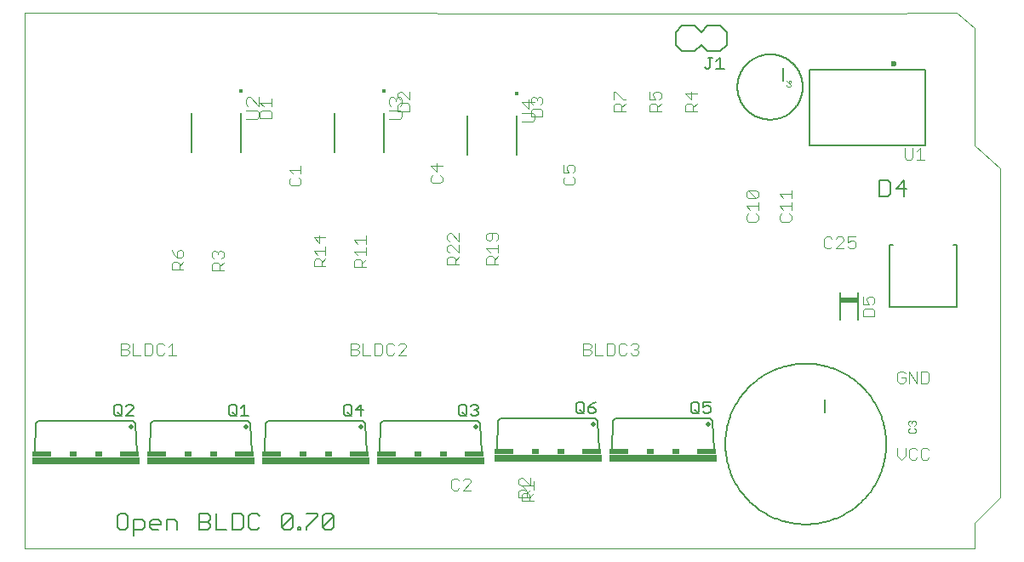
<source format=gto>
G75*
%MOIN*%
%OFA0B0*%
%FSLAX25Y25*%
%IPPOS*%
%LPD*%
%AMOC8*
5,1,8,0,0,1.08239X$1,22.5*
%
%ADD10C,0.00000*%
%ADD11C,0.00600*%
%ADD12C,0.00400*%
%ADD13C,0.00800*%
%ADD14C,0.00300*%
%ADD15C,0.02000*%
%ADD16C,0.00500*%
%ADD17R,0.42000X0.03000*%
%ADD18R,0.07500X0.02000*%
%ADD19R,0.03000X0.02000*%
%ADD20C,0.01575*%
%ADD21R,0.07087X0.01969*%
%ADD22C,0.02362*%
%ADD23C,0.00100*%
D10*
X0005000Y0005000D02*
X0005000Y0215000D01*
X0330921Y0214701D01*
X0370000Y0215000D01*
X0377000Y0209000D01*
X0377000Y0163000D01*
X0387000Y0154000D01*
X0387000Y0025000D01*
X0377000Y0015000D01*
X0377000Y0005000D01*
X0005000Y0005000D01*
D11*
X0041300Y0013368D02*
X0042368Y0012300D01*
X0044503Y0012300D01*
X0045570Y0013368D01*
X0045570Y0017638D01*
X0044503Y0018705D01*
X0042368Y0018705D01*
X0041300Y0017638D01*
X0041300Y0013368D01*
X0047745Y0012300D02*
X0050948Y0012300D01*
X0052016Y0013368D01*
X0052016Y0015503D01*
X0050948Y0016570D01*
X0047745Y0016570D01*
X0047745Y0010165D01*
X0054191Y0013368D02*
X0054191Y0015503D01*
X0055259Y0016570D01*
X0057394Y0016570D01*
X0058461Y0015503D01*
X0058461Y0014435D01*
X0054191Y0014435D01*
X0054191Y0013368D02*
X0055259Y0012300D01*
X0057394Y0012300D01*
X0060636Y0012300D02*
X0060636Y0016570D01*
X0063839Y0016570D01*
X0064907Y0015503D01*
X0064907Y0012300D01*
X0073527Y0012300D02*
X0076730Y0012300D01*
X0077798Y0013368D01*
X0077798Y0014435D01*
X0076730Y0015503D01*
X0073527Y0015503D01*
X0073527Y0018705D02*
X0076730Y0018705D01*
X0077798Y0017638D01*
X0077798Y0016570D01*
X0076730Y0015503D01*
X0073527Y0012300D02*
X0073527Y0018705D01*
X0079973Y0018705D02*
X0079973Y0012300D01*
X0084243Y0012300D01*
X0086418Y0012300D02*
X0089621Y0012300D01*
X0090689Y0013368D01*
X0090689Y0017638D01*
X0089621Y0018705D01*
X0086418Y0018705D01*
X0086418Y0012300D01*
X0092864Y0013368D02*
X0093932Y0012300D01*
X0096067Y0012300D01*
X0097134Y0013368D01*
X0092864Y0013368D02*
X0092864Y0017638D01*
X0093932Y0018705D01*
X0096067Y0018705D01*
X0097134Y0017638D01*
X0105755Y0017638D02*
X0105755Y0013368D01*
X0110025Y0017638D01*
X0110025Y0013368D01*
X0108958Y0012300D01*
X0106823Y0012300D01*
X0105755Y0013368D01*
X0112200Y0013368D02*
X0112200Y0012300D01*
X0113268Y0012300D01*
X0113268Y0013368D01*
X0112200Y0013368D01*
X0115423Y0013368D02*
X0115423Y0012300D01*
X0115423Y0013368D02*
X0119694Y0017638D01*
X0119694Y0018705D01*
X0115423Y0018705D01*
X0110025Y0017638D02*
X0108958Y0018705D01*
X0106823Y0018705D01*
X0105755Y0017638D01*
X0121869Y0017638D02*
X0121869Y0013368D01*
X0126139Y0017638D01*
X0126139Y0013368D01*
X0125071Y0012300D01*
X0122936Y0012300D01*
X0121869Y0013368D01*
X0121869Y0017638D02*
X0122936Y0018705D01*
X0125071Y0018705D01*
X0126139Y0017638D01*
X0139000Y0042500D02*
X0138500Y0054000D01*
X0137500Y0055000D01*
X0100500Y0055000D01*
X0099500Y0054000D01*
X0099000Y0042500D01*
X0094000Y0042500D02*
X0093500Y0054000D01*
X0092500Y0055000D01*
X0055500Y0055000D01*
X0054500Y0054000D01*
X0054000Y0042500D01*
X0049000Y0042500D02*
X0048500Y0054000D01*
X0047500Y0055000D01*
X0010500Y0055000D01*
X0009500Y0054000D01*
X0009000Y0042500D01*
X0144000Y0042500D02*
X0144500Y0054000D01*
X0145500Y0055000D01*
X0182500Y0055000D01*
X0183500Y0054000D01*
X0184000Y0042500D01*
X0190000Y0043500D02*
X0190500Y0055000D01*
X0191500Y0056000D01*
X0228500Y0056000D01*
X0229500Y0055000D01*
X0230000Y0043500D01*
X0235000Y0043500D02*
X0235500Y0055000D01*
X0236500Y0056000D01*
X0273500Y0056000D01*
X0274500Y0055000D01*
X0275000Y0043500D01*
X0324457Y0094685D02*
X0324535Y0094685D01*
X0324457Y0094685D02*
X0324457Y0105315D01*
X0324535Y0105315D01*
X0331465Y0105315D02*
X0331543Y0105315D01*
X0331543Y0094685D01*
X0331465Y0094685D01*
X0339929Y0143043D02*
X0343106Y0143043D01*
X0344165Y0144102D01*
X0344165Y0148338D01*
X0343106Y0149397D01*
X0339929Y0149397D01*
X0339929Y0143043D01*
X0346327Y0146220D02*
X0350563Y0146220D01*
X0349504Y0149397D02*
X0346327Y0146220D01*
X0349504Y0143043D02*
X0349504Y0149397D01*
D12*
X0350566Y0157514D02*
X0352104Y0157514D01*
X0352873Y0158283D01*
X0352873Y0162127D01*
X0354410Y0160589D02*
X0355947Y0162127D01*
X0355947Y0157514D01*
X0354410Y0157514D02*
X0357485Y0157514D01*
X0350566Y0157514D02*
X0349798Y0158283D01*
X0349798Y0162127D01*
X0305300Y0145477D02*
X0305300Y0142408D01*
X0305300Y0143942D02*
X0300696Y0143942D01*
X0302231Y0142408D01*
X0305300Y0140873D02*
X0305300Y0137804D01*
X0305300Y0139339D02*
X0300696Y0139339D01*
X0302231Y0137804D01*
X0301463Y0136269D02*
X0300696Y0135502D01*
X0300696Y0133967D01*
X0301463Y0133200D01*
X0304533Y0133200D01*
X0305300Y0133967D01*
X0305300Y0135502D01*
X0304533Y0136269D01*
X0292300Y0135502D02*
X0292300Y0133967D01*
X0291533Y0133200D01*
X0288463Y0133200D01*
X0287696Y0133967D01*
X0287696Y0135502D01*
X0288463Y0136269D01*
X0289231Y0137804D02*
X0287696Y0139339D01*
X0292300Y0139339D01*
X0292300Y0140873D02*
X0292300Y0137804D01*
X0291533Y0136269D02*
X0292300Y0135502D01*
X0291533Y0142408D02*
X0288463Y0142408D01*
X0287696Y0143175D01*
X0287696Y0144710D01*
X0288463Y0145477D01*
X0291533Y0142408D01*
X0292300Y0143175D01*
X0292300Y0144710D01*
X0291533Y0145477D01*
X0288463Y0145477D01*
X0318200Y0126537D02*
X0318200Y0123467D01*
X0318967Y0122700D01*
X0320502Y0122700D01*
X0321269Y0123467D01*
X0322804Y0122700D02*
X0325873Y0125769D01*
X0325873Y0126537D01*
X0325106Y0127304D01*
X0323571Y0127304D01*
X0322804Y0126537D01*
X0321269Y0126537D02*
X0320502Y0127304D01*
X0318967Y0127304D01*
X0318200Y0126537D01*
X0322804Y0122700D02*
X0325873Y0122700D01*
X0327408Y0123467D02*
X0328175Y0122700D01*
X0329710Y0122700D01*
X0330477Y0123467D01*
X0330477Y0125002D01*
X0329710Y0125769D01*
X0328942Y0125769D01*
X0327408Y0125002D01*
X0327408Y0127304D01*
X0330477Y0127304D01*
X0333314Y0103783D02*
X0333314Y0100714D01*
X0335616Y0100714D01*
X0334849Y0102249D01*
X0334849Y0103016D01*
X0335616Y0103783D01*
X0337151Y0103783D01*
X0337918Y0103016D01*
X0337918Y0101481D01*
X0337151Y0100714D01*
X0337151Y0099180D02*
X0334082Y0099180D01*
X0333314Y0098412D01*
X0333314Y0096110D01*
X0337918Y0096110D01*
X0337918Y0098412D01*
X0337151Y0099180D01*
X0347700Y0074465D02*
X0346932Y0073698D01*
X0346932Y0070629D01*
X0347700Y0069861D01*
X0349234Y0069861D01*
X0350002Y0070629D01*
X0350002Y0072163D01*
X0348467Y0072163D01*
X0350002Y0073698D02*
X0349234Y0074465D01*
X0347700Y0074465D01*
X0351536Y0074465D02*
X0354605Y0069861D01*
X0354605Y0074465D01*
X0356140Y0074465D02*
X0358442Y0074465D01*
X0359209Y0073698D01*
X0359209Y0070629D01*
X0358442Y0069861D01*
X0356140Y0069861D01*
X0356140Y0074465D01*
X0351536Y0074465D02*
X0351536Y0069861D01*
X0352304Y0044465D02*
X0351536Y0043698D01*
X0351536Y0040629D01*
X0352304Y0039861D01*
X0353838Y0039861D01*
X0354605Y0040629D01*
X0356140Y0040629D02*
X0356907Y0039861D01*
X0358442Y0039861D01*
X0359209Y0040629D01*
X0356140Y0040629D02*
X0356140Y0043698D01*
X0356907Y0044465D01*
X0358442Y0044465D01*
X0359209Y0043698D01*
X0354605Y0043698D02*
X0353838Y0044465D01*
X0352304Y0044465D01*
X0350002Y0044465D02*
X0350002Y0041396D01*
X0348467Y0039861D01*
X0346932Y0041396D01*
X0346932Y0044465D01*
X0245417Y0081629D02*
X0244650Y0080861D01*
X0243115Y0080861D01*
X0242348Y0081629D01*
X0240813Y0081629D02*
X0240046Y0080861D01*
X0238511Y0080861D01*
X0237744Y0081629D01*
X0237744Y0084698D01*
X0238511Y0085465D01*
X0240046Y0085465D01*
X0240813Y0084698D01*
X0242348Y0084698D02*
X0243115Y0085465D01*
X0244650Y0085465D01*
X0245417Y0084698D01*
X0245417Y0083931D01*
X0244650Y0083163D01*
X0245417Y0082396D01*
X0245417Y0081629D01*
X0244650Y0083163D02*
X0243883Y0083163D01*
X0236209Y0081629D02*
X0236209Y0084698D01*
X0235442Y0085465D01*
X0233140Y0085465D01*
X0233140Y0080861D01*
X0235442Y0080861D01*
X0236209Y0081629D01*
X0231605Y0080861D02*
X0228536Y0080861D01*
X0228536Y0085465D01*
X0227002Y0084698D02*
X0227002Y0083931D01*
X0226234Y0083163D01*
X0223932Y0083163D01*
X0223932Y0080861D02*
X0226234Y0080861D01*
X0227002Y0081629D01*
X0227002Y0082396D01*
X0226234Y0083163D01*
X0227002Y0084698D02*
X0226234Y0085465D01*
X0223932Y0085465D01*
X0223932Y0080861D01*
X0190544Y0116527D02*
X0185940Y0116527D01*
X0185940Y0118829D01*
X0186707Y0119596D01*
X0188242Y0119596D01*
X0189009Y0118829D01*
X0189009Y0116527D01*
X0189009Y0118061D02*
X0190544Y0119596D01*
X0190544Y0121131D02*
X0190544Y0124200D01*
X0190544Y0122665D02*
X0185940Y0122665D01*
X0187475Y0121131D01*
X0187475Y0125735D02*
X0186707Y0125735D01*
X0185940Y0126502D01*
X0185940Y0128037D01*
X0186707Y0128804D01*
X0189777Y0128804D01*
X0190544Y0128037D01*
X0190544Y0126502D01*
X0189777Y0125735D01*
X0188242Y0126502D02*
X0187475Y0125735D01*
X0188242Y0126502D02*
X0188242Y0128804D01*
X0175190Y0128646D02*
X0175190Y0125577D01*
X0172120Y0128646D01*
X0171353Y0128646D01*
X0170586Y0127879D01*
X0170586Y0126344D01*
X0171353Y0125577D01*
X0171353Y0124042D02*
X0170586Y0123275D01*
X0170586Y0121741D01*
X0171353Y0120973D01*
X0171353Y0119439D02*
X0172888Y0119439D01*
X0173655Y0118671D01*
X0173655Y0116369D01*
X0175190Y0116369D02*
X0170586Y0116369D01*
X0170586Y0118671D01*
X0171353Y0119439D01*
X0173655Y0117904D02*
X0175190Y0119439D01*
X0175190Y0120973D02*
X0172120Y0124042D01*
X0171353Y0124042D01*
X0175190Y0124042D02*
X0175190Y0120973D01*
X0138662Y0121508D02*
X0134058Y0121508D01*
X0135593Y0119973D01*
X0136360Y0118439D02*
X0137128Y0117671D01*
X0137128Y0115369D01*
X0138662Y0115369D02*
X0134058Y0115369D01*
X0134058Y0117671D01*
X0134826Y0118439D01*
X0136360Y0118439D01*
X0137128Y0116904D02*
X0138662Y0118439D01*
X0138662Y0119973D02*
X0138662Y0123042D01*
X0138662Y0124577D02*
X0138662Y0127646D01*
X0138662Y0126112D02*
X0134058Y0126112D01*
X0135593Y0124577D01*
X0122914Y0123279D02*
X0122914Y0120209D01*
X0122914Y0118675D02*
X0121380Y0117140D01*
X0121380Y0117907D02*
X0121380Y0115606D01*
X0122914Y0115606D02*
X0118310Y0115606D01*
X0118310Y0117907D01*
X0119078Y0118675D01*
X0120612Y0118675D01*
X0121380Y0117907D01*
X0119845Y0120209D02*
X0118310Y0121744D01*
X0122914Y0121744D01*
X0120612Y0124813D02*
X0120612Y0127883D01*
X0122914Y0127115D02*
X0118310Y0127115D01*
X0120612Y0124813D01*
X0112470Y0147315D02*
X0109400Y0147315D01*
X0108633Y0148082D01*
X0108633Y0149617D01*
X0109400Y0150384D01*
X0110168Y0151919D02*
X0108633Y0153454D01*
X0113237Y0153454D01*
X0113237Y0154988D02*
X0113237Y0151919D01*
X0112470Y0150384D02*
X0113237Y0149617D01*
X0113237Y0148082D01*
X0112470Y0147315D01*
X0082977Y0121039D02*
X0082210Y0121806D01*
X0081443Y0121806D01*
X0080675Y0121039D01*
X0080675Y0120272D01*
X0080675Y0121039D02*
X0079908Y0121806D01*
X0079141Y0121806D01*
X0078373Y0121039D01*
X0078373Y0119504D01*
X0079141Y0118737D01*
X0079141Y0117202D02*
X0080675Y0117202D01*
X0081443Y0116435D01*
X0081443Y0114133D01*
X0082977Y0114133D02*
X0078373Y0114133D01*
X0078373Y0116435D01*
X0079141Y0117202D01*
X0081443Y0115668D02*
X0082977Y0117202D01*
X0082210Y0118737D02*
X0082977Y0119504D01*
X0082977Y0121039D01*
X0067229Y0121275D02*
X0066462Y0122042D01*
X0065695Y0122042D01*
X0064927Y0121275D01*
X0064927Y0118973D01*
X0066462Y0118973D01*
X0067229Y0119741D01*
X0067229Y0121275D01*
X0064927Y0118973D02*
X0063393Y0120508D01*
X0062625Y0122042D01*
X0063393Y0117439D02*
X0064927Y0117439D01*
X0065695Y0116671D01*
X0065695Y0114369D01*
X0067229Y0114369D02*
X0062625Y0114369D01*
X0062625Y0116671D01*
X0063393Y0117439D01*
X0065695Y0115904D02*
X0067229Y0117439D01*
X0062883Y0085465D02*
X0062883Y0080861D01*
X0064417Y0080861D02*
X0061348Y0080861D01*
X0059813Y0081629D02*
X0059046Y0080861D01*
X0057511Y0080861D01*
X0056744Y0081629D01*
X0056744Y0084698D01*
X0057511Y0085465D01*
X0059046Y0085465D01*
X0059813Y0084698D01*
X0061348Y0083931D02*
X0062883Y0085465D01*
X0055209Y0084698D02*
X0055209Y0081629D01*
X0054442Y0080861D01*
X0052140Y0080861D01*
X0052140Y0085465D01*
X0054442Y0085465D01*
X0055209Y0084698D01*
X0050605Y0080861D02*
X0047536Y0080861D01*
X0047536Y0085465D01*
X0046002Y0084698D02*
X0046002Y0083931D01*
X0045234Y0083163D01*
X0042932Y0083163D01*
X0042932Y0080861D02*
X0045234Y0080861D01*
X0046002Y0081629D01*
X0046002Y0082396D01*
X0045234Y0083163D01*
X0046002Y0084698D02*
X0045234Y0085465D01*
X0042932Y0085465D01*
X0042932Y0080861D01*
X0132932Y0080861D02*
X0135234Y0080861D01*
X0136002Y0081629D01*
X0136002Y0082396D01*
X0135234Y0083163D01*
X0132932Y0083163D01*
X0132932Y0080861D02*
X0132932Y0085465D01*
X0135234Y0085465D01*
X0136002Y0084698D01*
X0136002Y0083931D01*
X0135234Y0083163D01*
X0137536Y0080861D02*
X0140605Y0080861D01*
X0142140Y0080861D02*
X0144442Y0080861D01*
X0145209Y0081629D01*
X0145209Y0084698D01*
X0144442Y0085465D01*
X0142140Y0085465D01*
X0142140Y0080861D01*
X0137536Y0080861D02*
X0137536Y0085465D01*
X0146744Y0084698D02*
X0146744Y0081629D01*
X0147511Y0080861D01*
X0149046Y0080861D01*
X0149813Y0081629D01*
X0151348Y0080861D02*
X0154417Y0083931D01*
X0154417Y0084698D01*
X0153650Y0085465D01*
X0152115Y0085465D01*
X0151348Y0084698D01*
X0149813Y0084698D02*
X0149046Y0085465D01*
X0147511Y0085465D01*
X0146744Y0084698D01*
X0151348Y0080861D02*
X0154417Y0080861D01*
X0199361Y0032811D02*
X0198594Y0032044D01*
X0198594Y0030509D01*
X0199361Y0029742D01*
X0199798Y0029776D02*
X0204402Y0029776D01*
X0203198Y0029742D02*
X0200128Y0032811D01*
X0199361Y0032811D01*
X0203198Y0032811D02*
X0203198Y0029742D01*
X0203198Y0028207D02*
X0201663Y0026672D01*
X0202100Y0026706D02*
X0202868Y0025939D01*
X0202868Y0023637D01*
X0204402Y0023637D02*
X0199798Y0023637D01*
X0199798Y0025939D01*
X0200566Y0026706D01*
X0202100Y0026706D01*
X0201663Y0027440D02*
X0201663Y0025138D01*
X0202868Y0025172D02*
X0204402Y0026706D01*
X0204402Y0028241D02*
X0204402Y0031310D01*
X0201333Y0028241D02*
X0199798Y0029776D01*
X0199361Y0028207D02*
X0200896Y0028207D01*
X0201663Y0027440D01*
X0199361Y0028207D02*
X0198594Y0027440D01*
X0198594Y0025138D01*
X0203198Y0025138D01*
X0179857Y0027850D02*
X0176788Y0027850D01*
X0179857Y0030919D01*
X0179857Y0031686D01*
X0179090Y0032454D01*
X0177555Y0032454D01*
X0176788Y0031686D01*
X0175254Y0031686D02*
X0174486Y0032454D01*
X0172952Y0032454D01*
X0172184Y0031686D01*
X0172184Y0028617D01*
X0172952Y0027850D01*
X0174486Y0027850D01*
X0175254Y0028617D01*
X0167919Y0148276D02*
X0164849Y0148276D01*
X0164082Y0149043D01*
X0164082Y0150578D01*
X0164849Y0151345D01*
X0166384Y0152880D02*
X0166384Y0155949D01*
X0168686Y0155181D02*
X0164082Y0155181D01*
X0166384Y0152880D01*
X0167919Y0151345D02*
X0168686Y0150578D01*
X0168686Y0149043D01*
X0167919Y0148276D01*
X0199723Y0172487D02*
X0203994Y0172487D01*
X0204848Y0173341D01*
X0204848Y0175049D01*
X0203994Y0175903D01*
X0199723Y0175903D01*
X0202286Y0177570D02*
X0202286Y0180986D01*
X0203322Y0181397D02*
X0204089Y0182165D01*
X0204857Y0182165D01*
X0205624Y0181397D01*
X0206391Y0182165D01*
X0207159Y0182165D01*
X0207926Y0181397D01*
X0207926Y0179863D01*
X0207159Y0179095D01*
X0207159Y0177561D02*
X0204089Y0177561D01*
X0203322Y0176793D01*
X0203322Y0174491D01*
X0207926Y0174491D01*
X0207926Y0176793D01*
X0207159Y0177561D01*
X0204089Y0179095D02*
X0203322Y0179863D01*
X0203322Y0181397D01*
X0204848Y0180132D02*
X0199723Y0180132D01*
X0202286Y0177570D01*
X0205624Y0180630D02*
X0205624Y0181397D01*
X0235696Y0181096D02*
X0235696Y0184165D01*
X0236463Y0184165D01*
X0239533Y0181096D01*
X0240300Y0181096D01*
X0240300Y0179561D02*
X0238765Y0178027D01*
X0238765Y0178794D02*
X0238765Y0176492D01*
X0240300Y0176492D02*
X0235696Y0176492D01*
X0235696Y0178794D01*
X0236463Y0179561D01*
X0237998Y0179561D01*
X0238765Y0178794D01*
X0249696Y0178794D02*
X0249696Y0176492D01*
X0254300Y0176492D01*
X0252765Y0176492D02*
X0252765Y0178794D01*
X0251998Y0179561D01*
X0250463Y0179561D01*
X0249696Y0178794D01*
X0249696Y0181096D02*
X0251998Y0181096D01*
X0251231Y0182631D01*
X0251231Y0183398D01*
X0251998Y0184165D01*
X0253533Y0184165D01*
X0254300Y0183398D01*
X0254300Y0181863D01*
X0253533Y0181096D01*
X0254300Y0179561D02*
X0252765Y0178027D01*
X0249696Y0181096D02*
X0249696Y0184165D01*
X0263696Y0183398D02*
X0265998Y0181096D01*
X0265998Y0184165D01*
X0268300Y0183398D02*
X0263696Y0183398D01*
X0264463Y0179561D02*
X0265998Y0179561D01*
X0266765Y0178794D01*
X0266765Y0176492D01*
X0266765Y0178027D02*
X0268300Y0179561D01*
X0268300Y0176492D02*
X0263696Y0176492D01*
X0263696Y0178794D01*
X0264463Y0179561D01*
X0220568Y0154622D02*
X0219800Y0155390D01*
X0218266Y0155390D01*
X0217498Y0154622D01*
X0217498Y0153855D01*
X0218266Y0152320D01*
X0215964Y0152320D01*
X0215964Y0155390D01*
X0219800Y0152320D02*
X0220568Y0153088D01*
X0220568Y0154622D01*
X0219800Y0150786D02*
X0220568Y0150019D01*
X0220568Y0148484D01*
X0219800Y0147717D01*
X0216731Y0147717D01*
X0215964Y0148484D01*
X0215964Y0150019D01*
X0216731Y0150786D01*
X0155863Y0176554D02*
X0155863Y0178856D01*
X0155096Y0179624D01*
X0152026Y0179624D01*
X0151259Y0178856D01*
X0151259Y0176554D01*
X0155863Y0176554D01*
X0152848Y0176049D02*
X0152848Y0174341D01*
X0151994Y0173487D01*
X0147723Y0173487D01*
X0147723Y0176903D02*
X0151994Y0176903D01*
X0152848Y0176049D01*
X0151994Y0178570D02*
X0152848Y0179424D01*
X0152848Y0181132D01*
X0151994Y0181986D01*
X0151140Y0181986D01*
X0150286Y0181132D01*
X0150286Y0180278D01*
X0150286Y0181132D02*
X0149432Y0181986D01*
X0148577Y0181986D01*
X0147723Y0181132D01*
X0147723Y0179424D01*
X0148577Y0178570D01*
X0151259Y0181926D02*
X0152026Y0181158D01*
X0151259Y0181926D02*
X0151259Y0183460D01*
X0152026Y0184228D01*
X0152794Y0184228D01*
X0155863Y0181158D01*
X0155863Y0184228D01*
X0101863Y0181354D02*
X0101863Y0178284D01*
X0101863Y0179819D02*
X0097259Y0179819D01*
X0098794Y0178284D01*
X0098026Y0176750D02*
X0097259Y0175982D01*
X0097259Y0173680D01*
X0101863Y0173680D01*
X0101863Y0175982D01*
X0101096Y0176750D01*
X0098026Y0176750D01*
X0096848Y0176049D02*
X0095994Y0176903D01*
X0091723Y0176903D01*
X0092577Y0178570D02*
X0091723Y0179424D01*
X0091723Y0181132D01*
X0092577Y0181986D01*
X0093432Y0181986D01*
X0096848Y0178570D01*
X0096848Y0181986D01*
X0096848Y0176049D02*
X0096848Y0174341D01*
X0095994Y0173487D01*
X0091723Y0173487D01*
D13*
X0260000Y0202500D02*
X0260000Y0207500D01*
X0262500Y0210000D01*
X0267500Y0210000D01*
X0270000Y0207500D01*
X0272500Y0210000D01*
X0277500Y0210000D01*
X0280000Y0207500D01*
X0280000Y0202500D01*
X0277500Y0200000D01*
X0272500Y0200000D01*
X0270000Y0202500D01*
X0267500Y0200000D01*
X0262500Y0200000D01*
X0260000Y0202500D01*
X0284205Y0186000D02*
X0284209Y0186314D01*
X0284220Y0186628D01*
X0284240Y0186941D01*
X0284267Y0187254D01*
X0284301Y0187566D01*
X0284343Y0187877D01*
X0284393Y0188187D01*
X0284451Y0188496D01*
X0284516Y0188803D01*
X0284588Y0189109D01*
X0284668Y0189413D01*
X0284756Y0189714D01*
X0284851Y0190014D01*
X0284953Y0190311D01*
X0285062Y0190605D01*
X0285179Y0190896D01*
X0285303Y0191185D01*
X0285433Y0191471D01*
X0285571Y0191753D01*
X0285716Y0192032D01*
X0285867Y0192307D01*
X0286025Y0192578D01*
X0286190Y0192845D01*
X0286361Y0193109D01*
X0286539Y0193367D01*
X0286723Y0193622D01*
X0286913Y0193872D01*
X0287109Y0194117D01*
X0287312Y0194357D01*
X0287520Y0194593D01*
X0287733Y0194823D01*
X0287953Y0195047D01*
X0288177Y0195267D01*
X0288407Y0195480D01*
X0288643Y0195688D01*
X0288883Y0195891D01*
X0289128Y0196087D01*
X0289378Y0196277D01*
X0289633Y0196461D01*
X0289891Y0196639D01*
X0290155Y0196810D01*
X0290422Y0196975D01*
X0290693Y0197133D01*
X0290968Y0197284D01*
X0291247Y0197429D01*
X0291529Y0197567D01*
X0291815Y0197697D01*
X0292104Y0197821D01*
X0292395Y0197938D01*
X0292689Y0198047D01*
X0292986Y0198149D01*
X0293286Y0198244D01*
X0293587Y0198332D01*
X0293891Y0198412D01*
X0294197Y0198484D01*
X0294504Y0198549D01*
X0294813Y0198607D01*
X0295123Y0198657D01*
X0295434Y0198699D01*
X0295746Y0198733D01*
X0296059Y0198760D01*
X0296372Y0198780D01*
X0296686Y0198791D01*
X0297000Y0198795D01*
X0297314Y0198791D01*
X0297628Y0198780D01*
X0297941Y0198760D01*
X0298254Y0198733D01*
X0298566Y0198699D01*
X0298877Y0198657D01*
X0299187Y0198607D01*
X0299496Y0198549D01*
X0299803Y0198484D01*
X0300109Y0198412D01*
X0300413Y0198332D01*
X0300714Y0198244D01*
X0301014Y0198149D01*
X0301311Y0198047D01*
X0301605Y0197938D01*
X0301896Y0197821D01*
X0302185Y0197697D01*
X0302471Y0197567D01*
X0302753Y0197429D01*
X0303032Y0197284D01*
X0303307Y0197133D01*
X0303578Y0196975D01*
X0303845Y0196810D01*
X0304109Y0196639D01*
X0304367Y0196461D01*
X0304622Y0196277D01*
X0304872Y0196087D01*
X0305117Y0195891D01*
X0305357Y0195688D01*
X0305593Y0195480D01*
X0305823Y0195267D01*
X0306047Y0195047D01*
X0306267Y0194823D01*
X0306480Y0194593D01*
X0306688Y0194357D01*
X0306891Y0194117D01*
X0307087Y0193872D01*
X0307277Y0193622D01*
X0307461Y0193367D01*
X0307639Y0193109D01*
X0307810Y0192845D01*
X0307975Y0192578D01*
X0308133Y0192307D01*
X0308284Y0192032D01*
X0308429Y0191753D01*
X0308567Y0191471D01*
X0308697Y0191185D01*
X0308821Y0190896D01*
X0308938Y0190605D01*
X0309047Y0190311D01*
X0309149Y0190014D01*
X0309244Y0189714D01*
X0309332Y0189413D01*
X0309412Y0189109D01*
X0309484Y0188803D01*
X0309549Y0188496D01*
X0309607Y0188187D01*
X0309657Y0187877D01*
X0309699Y0187566D01*
X0309733Y0187254D01*
X0309760Y0186941D01*
X0309780Y0186628D01*
X0309791Y0186314D01*
X0309795Y0186000D01*
X0309791Y0185686D01*
X0309780Y0185372D01*
X0309760Y0185059D01*
X0309733Y0184746D01*
X0309699Y0184434D01*
X0309657Y0184123D01*
X0309607Y0183813D01*
X0309549Y0183504D01*
X0309484Y0183197D01*
X0309412Y0182891D01*
X0309332Y0182587D01*
X0309244Y0182286D01*
X0309149Y0181986D01*
X0309047Y0181689D01*
X0308938Y0181395D01*
X0308821Y0181104D01*
X0308697Y0180815D01*
X0308567Y0180529D01*
X0308429Y0180247D01*
X0308284Y0179968D01*
X0308133Y0179693D01*
X0307975Y0179422D01*
X0307810Y0179155D01*
X0307639Y0178891D01*
X0307461Y0178633D01*
X0307277Y0178378D01*
X0307087Y0178128D01*
X0306891Y0177883D01*
X0306688Y0177643D01*
X0306480Y0177407D01*
X0306267Y0177177D01*
X0306047Y0176953D01*
X0305823Y0176733D01*
X0305593Y0176520D01*
X0305357Y0176312D01*
X0305117Y0176109D01*
X0304872Y0175913D01*
X0304622Y0175723D01*
X0304367Y0175539D01*
X0304109Y0175361D01*
X0303845Y0175190D01*
X0303578Y0175025D01*
X0303307Y0174867D01*
X0303032Y0174716D01*
X0302753Y0174571D01*
X0302471Y0174433D01*
X0302185Y0174303D01*
X0301896Y0174179D01*
X0301605Y0174062D01*
X0301311Y0173953D01*
X0301014Y0173851D01*
X0300714Y0173756D01*
X0300413Y0173668D01*
X0300109Y0173588D01*
X0299803Y0173516D01*
X0299496Y0173451D01*
X0299187Y0173393D01*
X0298877Y0173343D01*
X0298566Y0173301D01*
X0298254Y0173267D01*
X0297941Y0173240D01*
X0297628Y0173220D01*
X0297314Y0173209D01*
X0297000Y0173205D01*
X0296686Y0173209D01*
X0296372Y0173220D01*
X0296059Y0173240D01*
X0295746Y0173267D01*
X0295434Y0173301D01*
X0295123Y0173343D01*
X0294813Y0173393D01*
X0294504Y0173451D01*
X0294197Y0173516D01*
X0293891Y0173588D01*
X0293587Y0173668D01*
X0293286Y0173756D01*
X0292986Y0173851D01*
X0292689Y0173953D01*
X0292395Y0174062D01*
X0292104Y0174179D01*
X0291815Y0174303D01*
X0291529Y0174433D01*
X0291247Y0174571D01*
X0290968Y0174716D01*
X0290693Y0174867D01*
X0290422Y0175025D01*
X0290155Y0175190D01*
X0289891Y0175361D01*
X0289633Y0175539D01*
X0289378Y0175723D01*
X0289128Y0175913D01*
X0288883Y0176109D01*
X0288643Y0176312D01*
X0288407Y0176520D01*
X0288177Y0176733D01*
X0287953Y0176953D01*
X0287733Y0177177D01*
X0287520Y0177407D01*
X0287312Y0177643D01*
X0287109Y0177883D01*
X0286913Y0178128D01*
X0286723Y0178378D01*
X0286539Y0178633D01*
X0286361Y0178891D01*
X0286190Y0179155D01*
X0286025Y0179422D01*
X0285867Y0179693D01*
X0285716Y0179968D01*
X0285571Y0180247D01*
X0285433Y0180529D01*
X0285303Y0180815D01*
X0285179Y0181104D01*
X0285062Y0181395D01*
X0284953Y0181689D01*
X0284851Y0181986D01*
X0284756Y0182286D01*
X0284668Y0182587D01*
X0284588Y0182891D01*
X0284516Y0183197D01*
X0284451Y0183504D01*
X0284393Y0183813D01*
X0284343Y0184123D01*
X0284301Y0184434D01*
X0284267Y0184746D01*
X0284240Y0185059D01*
X0284220Y0185372D01*
X0284209Y0185686D01*
X0284205Y0186000D01*
X0302000Y0188500D02*
X0302000Y0193500D01*
X0318500Y0063500D02*
X0318500Y0058500D01*
X0279500Y0046000D02*
X0279509Y0046773D01*
X0279538Y0047546D01*
X0279585Y0048317D01*
X0279652Y0049088D01*
X0279737Y0049856D01*
X0279841Y0050622D01*
X0279964Y0051385D01*
X0280105Y0052145D01*
X0280265Y0052902D01*
X0280444Y0053654D01*
X0280641Y0054401D01*
X0280856Y0055144D01*
X0281090Y0055881D01*
X0281341Y0056612D01*
X0281611Y0057337D01*
X0281898Y0058055D01*
X0282202Y0058765D01*
X0282524Y0059468D01*
X0282863Y0060163D01*
X0283219Y0060849D01*
X0283592Y0061526D01*
X0283982Y0062194D01*
X0284387Y0062852D01*
X0284809Y0063500D01*
X0285246Y0064138D01*
X0285699Y0064765D01*
X0286167Y0065380D01*
X0286650Y0065983D01*
X0287148Y0066575D01*
X0287660Y0067154D01*
X0288186Y0067721D01*
X0288726Y0068274D01*
X0289279Y0068814D01*
X0289846Y0069340D01*
X0290425Y0069852D01*
X0291017Y0070350D01*
X0291620Y0070833D01*
X0292235Y0071301D01*
X0292862Y0071754D01*
X0293500Y0072191D01*
X0294148Y0072613D01*
X0294806Y0073018D01*
X0295474Y0073408D01*
X0296151Y0073781D01*
X0296837Y0074137D01*
X0297532Y0074476D01*
X0298235Y0074798D01*
X0298945Y0075102D01*
X0299663Y0075389D01*
X0300388Y0075659D01*
X0301119Y0075910D01*
X0301856Y0076144D01*
X0302599Y0076359D01*
X0303346Y0076556D01*
X0304098Y0076735D01*
X0304855Y0076895D01*
X0305615Y0077036D01*
X0306378Y0077159D01*
X0307144Y0077263D01*
X0307912Y0077348D01*
X0308683Y0077415D01*
X0309454Y0077462D01*
X0310227Y0077491D01*
X0311000Y0077500D01*
X0311773Y0077491D01*
X0312546Y0077462D01*
X0313317Y0077415D01*
X0314088Y0077348D01*
X0314856Y0077263D01*
X0315622Y0077159D01*
X0316385Y0077036D01*
X0317145Y0076895D01*
X0317902Y0076735D01*
X0318654Y0076556D01*
X0319401Y0076359D01*
X0320144Y0076144D01*
X0320881Y0075910D01*
X0321612Y0075659D01*
X0322337Y0075389D01*
X0323055Y0075102D01*
X0323765Y0074798D01*
X0324468Y0074476D01*
X0325163Y0074137D01*
X0325849Y0073781D01*
X0326526Y0073408D01*
X0327194Y0073018D01*
X0327852Y0072613D01*
X0328500Y0072191D01*
X0329138Y0071754D01*
X0329765Y0071301D01*
X0330380Y0070833D01*
X0330983Y0070350D01*
X0331575Y0069852D01*
X0332154Y0069340D01*
X0332721Y0068814D01*
X0333274Y0068274D01*
X0333814Y0067721D01*
X0334340Y0067154D01*
X0334852Y0066575D01*
X0335350Y0065983D01*
X0335833Y0065380D01*
X0336301Y0064765D01*
X0336754Y0064138D01*
X0337191Y0063500D01*
X0337613Y0062852D01*
X0338018Y0062194D01*
X0338408Y0061526D01*
X0338781Y0060849D01*
X0339137Y0060163D01*
X0339476Y0059468D01*
X0339798Y0058765D01*
X0340102Y0058055D01*
X0340389Y0057337D01*
X0340659Y0056612D01*
X0340910Y0055881D01*
X0341144Y0055144D01*
X0341359Y0054401D01*
X0341556Y0053654D01*
X0341735Y0052902D01*
X0341895Y0052145D01*
X0342036Y0051385D01*
X0342159Y0050622D01*
X0342263Y0049856D01*
X0342348Y0049088D01*
X0342415Y0048317D01*
X0342462Y0047546D01*
X0342491Y0046773D01*
X0342500Y0046000D01*
X0342491Y0045227D01*
X0342462Y0044454D01*
X0342415Y0043683D01*
X0342348Y0042912D01*
X0342263Y0042144D01*
X0342159Y0041378D01*
X0342036Y0040615D01*
X0341895Y0039855D01*
X0341735Y0039098D01*
X0341556Y0038346D01*
X0341359Y0037599D01*
X0341144Y0036856D01*
X0340910Y0036119D01*
X0340659Y0035388D01*
X0340389Y0034663D01*
X0340102Y0033945D01*
X0339798Y0033235D01*
X0339476Y0032532D01*
X0339137Y0031837D01*
X0338781Y0031151D01*
X0338408Y0030474D01*
X0338018Y0029806D01*
X0337613Y0029148D01*
X0337191Y0028500D01*
X0336754Y0027862D01*
X0336301Y0027235D01*
X0335833Y0026620D01*
X0335350Y0026017D01*
X0334852Y0025425D01*
X0334340Y0024846D01*
X0333814Y0024279D01*
X0333274Y0023726D01*
X0332721Y0023186D01*
X0332154Y0022660D01*
X0331575Y0022148D01*
X0330983Y0021650D01*
X0330380Y0021167D01*
X0329765Y0020699D01*
X0329138Y0020246D01*
X0328500Y0019809D01*
X0327852Y0019387D01*
X0327194Y0018982D01*
X0326526Y0018592D01*
X0325849Y0018219D01*
X0325163Y0017863D01*
X0324468Y0017524D01*
X0323765Y0017202D01*
X0323055Y0016898D01*
X0322337Y0016611D01*
X0321612Y0016341D01*
X0320881Y0016090D01*
X0320144Y0015856D01*
X0319401Y0015641D01*
X0318654Y0015444D01*
X0317902Y0015265D01*
X0317145Y0015105D01*
X0316385Y0014964D01*
X0315622Y0014841D01*
X0314856Y0014737D01*
X0314088Y0014652D01*
X0313317Y0014585D01*
X0312546Y0014538D01*
X0311773Y0014509D01*
X0311000Y0014500D01*
X0310227Y0014509D01*
X0309454Y0014538D01*
X0308683Y0014585D01*
X0307912Y0014652D01*
X0307144Y0014737D01*
X0306378Y0014841D01*
X0305615Y0014964D01*
X0304855Y0015105D01*
X0304098Y0015265D01*
X0303346Y0015444D01*
X0302599Y0015641D01*
X0301856Y0015856D01*
X0301119Y0016090D01*
X0300388Y0016341D01*
X0299663Y0016611D01*
X0298945Y0016898D01*
X0298235Y0017202D01*
X0297532Y0017524D01*
X0296837Y0017863D01*
X0296151Y0018219D01*
X0295474Y0018592D01*
X0294806Y0018982D01*
X0294148Y0019387D01*
X0293500Y0019809D01*
X0292862Y0020246D01*
X0292235Y0020699D01*
X0291620Y0021167D01*
X0291017Y0021650D01*
X0290425Y0022148D01*
X0289846Y0022660D01*
X0289279Y0023186D01*
X0288726Y0023726D01*
X0288186Y0024279D01*
X0287660Y0024846D01*
X0287148Y0025425D01*
X0286650Y0026017D01*
X0286167Y0026620D01*
X0285699Y0027235D01*
X0285246Y0027862D01*
X0284809Y0028500D01*
X0284387Y0029148D01*
X0283982Y0029806D01*
X0283592Y0030474D01*
X0283219Y0031151D01*
X0282863Y0031837D01*
X0282524Y0032532D01*
X0282202Y0033235D01*
X0281898Y0033945D01*
X0281611Y0034663D01*
X0281341Y0035388D01*
X0281090Y0036119D01*
X0280856Y0036856D01*
X0280641Y0037599D01*
X0280444Y0038346D01*
X0280265Y0039098D01*
X0280105Y0039855D01*
X0279964Y0040615D01*
X0279841Y0041378D01*
X0279737Y0042144D01*
X0279652Y0042912D01*
X0279585Y0043683D01*
X0279538Y0044454D01*
X0279509Y0045227D01*
X0279500Y0046000D01*
D14*
X0351148Y0050741D02*
X0351631Y0050257D01*
X0353566Y0050257D01*
X0354050Y0050741D01*
X0354050Y0051708D01*
X0353566Y0052192D01*
X0353566Y0053203D02*
X0354050Y0053687D01*
X0354050Y0054655D01*
X0353566Y0055138D01*
X0353083Y0055138D01*
X0352599Y0054655D01*
X0352599Y0054171D01*
X0352599Y0054655D02*
X0352115Y0055138D01*
X0351631Y0055138D01*
X0351148Y0054655D01*
X0351148Y0053687D01*
X0351631Y0053203D01*
X0351631Y0052192D02*
X0351148Y0051708D01*
X0351148Y0050741D01*
D15*
X0272700Y0053600D03*
X0227700Y0053600D03*
X0181700Y0052600D03*
X0136700Y0052600D03*
X0091700Y0052600D03*
X0046700Y0052600D03*
D16*
X0047649Y0057050D02*
X0044646Y0057050D01*
X0047649Y0060053D01*
X0047649Y0060803D01*
X0046898Y0061554D01*
X0045397Y0061554D01*
X0044646Y0060803D01*
X0043045Y0060803D02*
X0043045Y0057801D01*
X0042294Y0057050D01*
X0040793Y0057050D01*
X0040042Y0057801D01*
X0040042Y0060803D01*
X0040793Y0061554D01*
X0042294Y0061554D01*
X0043045Y0060803D01*
X0041543Y0058551D02*
X0043045Y0057050D01*
X0085042Y0057801D02*
X0085793Y0057050D01*
X0087294Y0057050D01*
X0088045Y0057801D01*
X0088045Y0060803D01*
X0087294Y0061554D01*
X0085793Y0061554D01*
X0085042Y0060803D01*
X0085042Y0057801D01*
X0086543Y0058551D02*
X0088045Y0057050D01*
X0089646Y0057050D02*
X0092649Y0057050D01*
X0091147Y0057050D02*
X0091147Y0061554D01*
X0089646Y0060053D01*
X0130042Y0060803D02*
X0130042Y0057801D01*
X0130793Y0057050D01*
X0132294Y0057050D01*
X0133045Y0057801D01*
X0133045Y0060803D01*
X0132294Y0061554D01*
X0130793Y0061554D01*
X0130042Y0060803D01*
X0131543Y0058551D02*
X0133045Y0057050D01*
X0134646Y0059302D02*
X0137649Y0059302D01*
X0136898Y0057050D02*
X0136898Y0061554D01*
X0134646Y0059302D01*
X0175042Y0057801D02*
X0175793Y0057050D01*
X0177294Y0057050D01*
X0178045Y0057801D01*
X0178045Y0060803D01*
X0177294Y0061554D01*
X0175793Y0061554D01*
X0175042Y0060803D01*
X0175042Y0057801D01*
X0176543Y0058551D02*
X0178045Y0057050D01*
X0179646Y0057801D02*
X0180397Y0057050D01*
X0181898Y0057050D01*
X0182649Y0057801D01*
X0182649Y0058551D01*
X0181898Y0059302D01*
X0181147Y0059302D01*
X0181898Y0059302D02*
X0182649Y0060053D01*
X0182649Y0060803D01*
X0181898Y0061554D01*
X0180397Y0061554D01*
X0179646Y0060803D01*
X0221042Y0061803D02*
X0221042Y0058801D01*
X0221793Y0058050D01*
X0223294Y0058050D01*
X0224045Y0058801D01*
X0224045Y0061803D01*
X0223294Y0062554D01*
X0221793Y0062554D01*
X0221042Y0061803D01*
X0222543Y0059551D02*
X0224045Y0058050D01*
X0225646Y0058801D02*
X0226397Y0058050D01*
X0227898Y0058050D01*
X0228649Y0058801D01*
X0228649Y0059551D01*
X0227898Y0060302D01*
X0225646Y0060302D01*
X0225646Y0058801D01*
X0225646Y0060302D02*
X0227147Y0061803D01*
X0228649Y0062554D01*
X0266042Y0061803D02*
X0266042Y0058801D01*
X0266793Y0058050D01*
X0268294Y0058050D01*
X0269045Y0058801D01*
X0269045Y0061803D01*
X0268294Y0062554D01*
X0266793Y0062554D01*
X0266042Y0061803D01*
X0267543Y0059551D02*
X0269045Y0058050D01*
X0270646Y0058801D02*
X0271397Y0058050D01*
X0272898Y0058050D01*
X0273649Y0058801D01*
X0273649Y0060302D01*
X0272898Y0061053D01*
X0272147Y0061053D01*
X0270646Y0060302D01*
X0270646Y0062554D01*
X0273649Y0062554D01*
X0343732Y0099622D02*
X0343732Y0124114D01*
X0345189Y0124114D01*
X0368811Y0124114D02*
X0370268Y0124114D01*
X0370268Y0099622D01*
X0343732Y0099622D01*
X0357638Y0163138D02*
X0312362Y0163138D01*
X0312362Y0192862D01*
X0357638Y0192862D01*
X0357638Y0163138D01*
X0278949Y0193050D02*
X0275946Y0193050D01*
X0277447Y0193050D02*
X0277447Y0197554D01*
X0275946Y0196053D01*
X0274345Y0197554D02*
X0272843Y0197554D01*
X0273594Y0197554D02*
X0273594Y0193801D01*
X0272843Y0193050D01*
X0272093Y0193050D01*
X0271342Y0193801D01*
X0197646Y0174677D02*
X0197646Y0159323D01*
X0178354Y0159323D02*
X0178354Y0174677D01*
X0145646Y0175677D02*
X0145646Y0160323D01*
X0126354Y0160323D02*
X0126354Y0175677D01*
X0089646Y0175677D02*
X0089646Y0160323D01*
X0070354Y0160323D02*
X0070354Y0175677D01*
D17*
X0074000Y0039500D03*
X0029000Y0039500D03*
X0119000Y0039500D03*
X0164000Y0039500D03*
X0210000Y0040500D03*
X0255000Y0040500D03*
D18*
X0237750Y0043000D03*
X0227250Y0043000D03*
X0192750Y0043000D03*
X0181250Y0042000D03*
X0146750Y0042000D03*
X0136250Y0042000D03*
X0101750Y0042000D03*
X0091250Y0042000D03*
X0056750Y0042000D03*
X0046250Y0042000D03*
X0011750Y0042000D03*
X0272250Y0043000D03*
D19*
X0260000Y0043000D03*
X0250000Y0043000D03*
X0215000Y0043000D03*
X0205000Y0043000D03*
X0169000Y0042000D03*
X0159000Y0042000D03*
X0124000Y0042000D03*
X0114000Y0042000D03*
X0079000Y0042000D03*
X0069000Y0042000D03*
X0034000Y0042000D03*
X0024000Y0042000D03*
D20*
X0197823Y0183555D03*
X0145823Y0184555D03*
X0089823Y0184555D03*
D21*
X0328000Y0102362D03*
D22*
X0345394Y0195224D03*
D23*
X0305050Y0188327D02*
X0304800Y0188578D01*
X0304550Y0188578D01*
X0304299Y0188327D01*
X0304299Y0187577D01*
X0304800Y0187577D01*
X0305050Y0187827D01*
X0305050Y0188327D01*
X0304299Y0187577D02*
X0303799Y0188077D01*
X0303549Y0188578D01*
X0303799Y0187104D02*
X0303549Y0186854D01*
X0303549Y0186354D01*
X0303799Y0186103D01*
X0304800Y0186103D01*
X0305050Y0186354D01*
X0305050Y0186854D01*
X0304800Y0187104D01*
M02*

</source>
